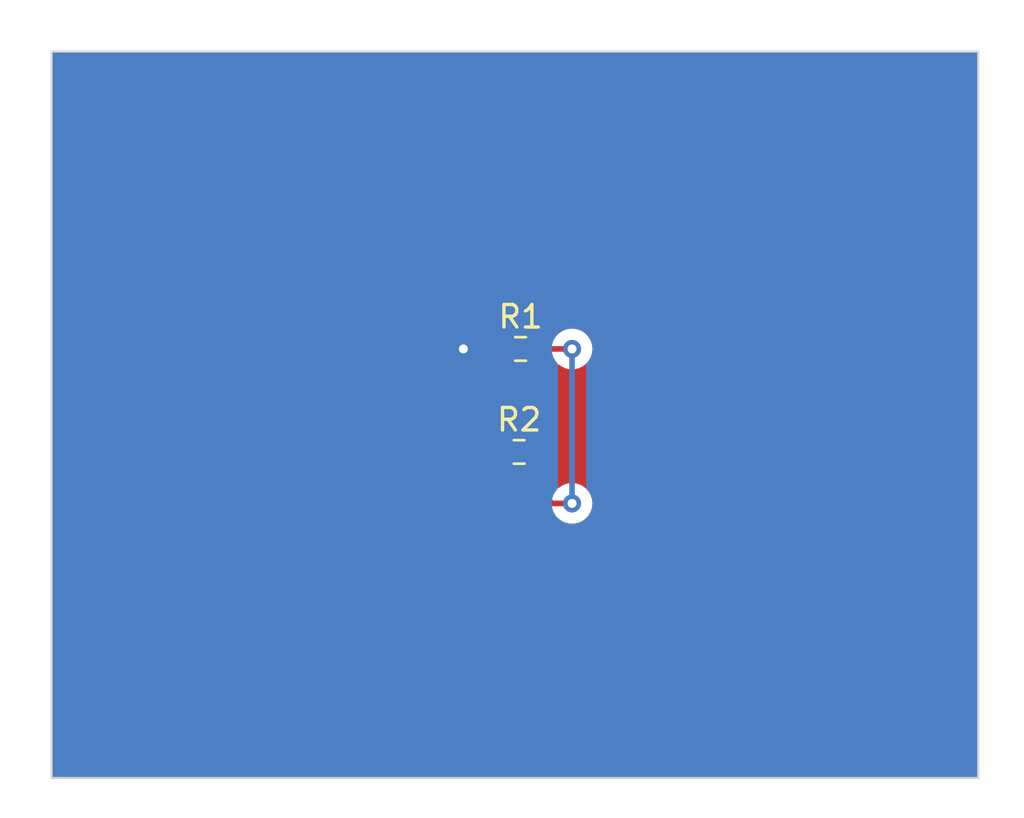
<source format=kicad_pcb>
(kicad_pcb (version 20221018) (generator pcbnew)
  (layers (0 "F.Cu" signal) (31 "B.Cu" signal) (34 "B.Paste" user) (35 "F.Paste" user) (36 "B.SilkS" user "B.Silkscreen") (37 "F.SilkS" user "F.Silkscreen") (38 "B.Mask" user) (39 "F.Mask" user) (44 "Edge.Cuts" user))
  (net 0 "")
  (net 1 "+3V3")
  (net 2 "Net-(R1-Pad2)")
  (net 3 "GND")
  (footprint "Resistor_SMD:R_0603_1608Metric" (layer "F.Cu") (at 147.765 94.488)
    (fp_text reference "R2" (at 0 -1.43) (layer "F.SilkS"))
    (fp_text value "10k")
    (fp_line (start -0.237258 -0.5225) (end 0.237258 -0.5225) (stroke (width 0.12)) (layer "F.SilkS"))
    (fp_line (start -0.237258 0.5225) (end 0.237258 0.5225) (stroke (width 0.12)) (layer "F.SilkS"))
    (pad "1" smd roundrect (at -0.825 0) (size 0.8 0.95) (layers "F.Cu" "F.Paste" "F.Mask") (net 2 "Net-(R1-Pad2)"))
    (pad "2" smd roundrect (at 0.825 0) (size 0.8 0.95) (layers "F.Cu" "F.Paste" "F.Mask") (net 3 "GND"))
  )
  (footprint "Resistor_SMD:R_0603_1608Metric" (layer "F.Cu") (at 147.828 89.916)
    (fp_text reference "R1" (at 0 -1.43) (layer "F.SilkS"))
    (fp_text value "10k")
    (fp_line (start -0.237258 -0.5225) (end 0.237258 -0.5225) (stroke (width 0.12)) (layer "F.SilkS"))
    (fp_line (start -0.237258 0.5225) (end 0.237258 0.5225) (stroke (width 0.12)) (layer "F.SilkS"))
    (pad "1" smd roundrect (at -0.825 0) (size 0.8 0.95) (layers "F.Cu" "F.Paste" "F.Mask") (net 1 "+3V3"))
    (pad "2" smd roundrect (at 0.825 0) (size 0.8 0.95) (layers "F.Cu" "F.Paste" "F.Mask") (net 2 "Net-(R1-Pad2)"))
  )
  (gr_rect (start 127 76.708) (end 168.148 108.966) (stroke (width 0.1)) (fill none) (layer "Edge.Cuts"))
  (segment (start 147.003 89.916) (end 145.288 89.916) (width 0.25) (layer "F.Cu") (net 1))
  (via (at 145.288 89.916) (size 0.8) (drill 0.4) (layers "F.Cu" "B.Cu") (net 1))
  (segment (start 148.653 89.916) (end 150.114 89.916) (width 0.25) (layer "F.Cu") (net 2))
  (segment (start 149.226 96.774) (end 146.94 94.488) (width 0.25) (layer "F.Cu") (net 2))
  (segment (start 150.114 96.774) (end 149.226 96.774) (width 0.25) (layer "F.Cu") (net 2))
  (via (at 150.114 96.774) (size 0.8) (drill 0.4) (layers "F.Cu" "B.Cu") (net 2))
  (via (at 150.114 89.916) (size 0.8) (drill 0.4) (layers "F.Cu" "B.Cu") (net 2))
  (segment (start 150.114 89.916) (end 150.114 96.774) (width 0.25) (layer "B.Cu") (net 2))
  (zone (net 3) (net_name "GND") (layer "F.Cu") (connect_pads (clearance 0.5)) (min_thickness 0.25) (fill yes (thermal_gap 0.5) (thermal_bridge_width 0.5))
    (polygon (pts (xy 125.984 75.438) (xy 169.164 75.438) (xy 169.164 109.982) (xy 125.73 109.982)))
  )
  (zone (net 1) (net_name "+3V3") (layer "B.Cu") (priority 1) (connect_pads (clearance 0.5)) (min_thickness 0.25) (fill yes (thermal_gap 0.5) (thermal_bridge_width 0.5))
    (polygon (pts (xy 124.968 74.422) (xy 170.18 74.422) (xy 170.18 110.744) (xy 124.714 110.744)))
  )
)
</source>
